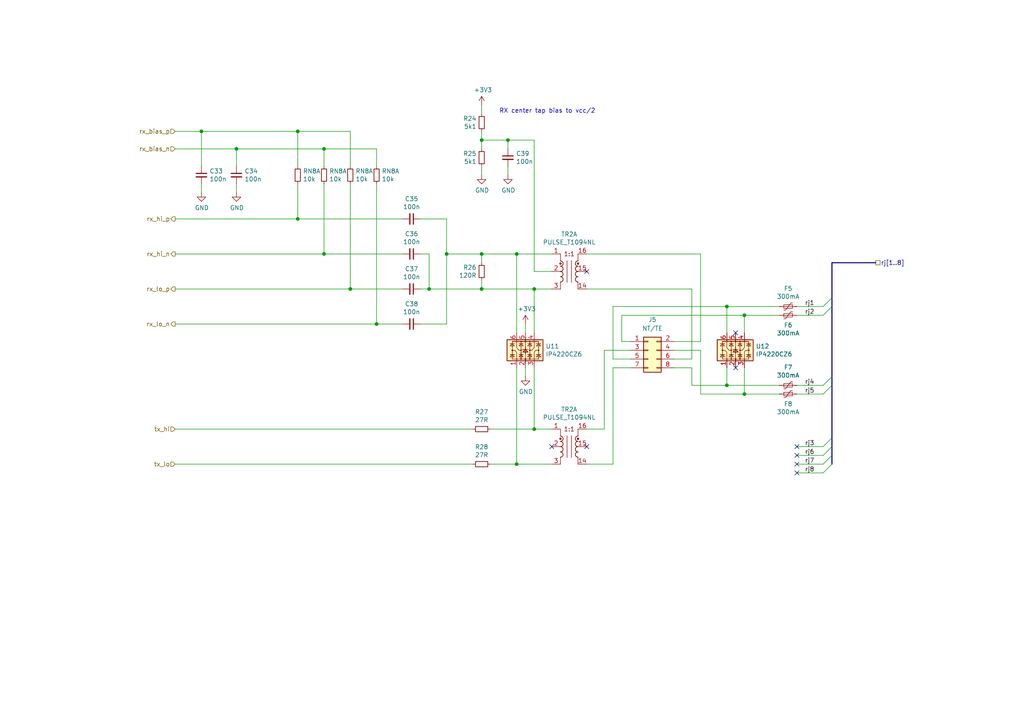
<source format=kicad_sch>
(kicad_sch (version 20211123) (generator eeschema)
  (paper "A4")
  (title_block (title "icE1usb - E1 interface") (date "2020-08-26") (rev "1.0") (comment 1 "CERN-OHL-S") (comment 2 "(C) 2020 Sylvain Munaut"))
  (lib_symbols
    (symbol "Connector_Generic:Conn_02x04_Odd_Even" (pin_names (offset 1.016) hide)
      (property "Reference" "J" (at 1.27 5.08 0))
      (property "Value" "Conn_02x04_Odd_Even" (at 1.27 -7.62 0))
      (symbol "Conn_02x04_Odd_Even_1_1"
        (rectangle (start -1.27 -4.953) (end 0 -5.207) (stroke (width 0.1524)))
        (rectangle (start -1.27 -2.413) (end 0 -2.667) (stroke (width 0.1524)))
        (rectangle (start -1.27 0.127) (end 0 -0.127) (stroke (width 0.1524)))
        (rectangle (start -1.27 2.667) (end 0 2.413) (stroke (width 0.1524)))
        (rectangle (start -1.27 3.81) (end 3.81 -6.35) (stroke (width 0.254)) (fill (type background)))
        (rectangle (start 3.81 -4.953) (end 2.54 -5.207) (stroke (width 0.1524)))
        (rectangle (start 3.81 -2.413) (end 2.54 -2.667) (stroke (width 0.1524)))
        (rectangle (start 3.81 0.127) (end 2.54 -0.127) (stroke (width 0.1524)))
        (rectangle (start 3.81 2.667) (end 2.54 2.413) (stroke (width 0.1524)))
        (pin passive line (at -5.08 2.54 0) (length 3.81) (name "Pin_1") (number "1"))
        (pin passive line (at 7.62 2.54 180) (length 3.81) (name "Pin_2") (number "2"))
        (pin passive line (at -5.08 0 0) (length 3.81) (name "Pin_3") (number "3"))
        (pin passive line (at 7.62 0 180) (length 3.81) (name "Pin_4") (number "4"))
        (pin passive line (at -5.08 -2.54 0) (length 3.81) (name "Pin_5") (number "5"))
        (pin passive line (at 7.62 -2.54 180) (length 3.81) (name "Pin_6") (number "6"))
        (pin passive line (at -5.08 -5.08 0) (length 3.81) (name "Pin_7") (number "7"))
        (pin passive line (at 7.62 -5.08 180) (length 3.81) (name "Pin_8") (number "8"))
      )
    )
    (symbol "Device:C_Small" (pin_numbers hide) (pin_names (offset 0.254) hide)
      (property "Reference" "C" (at 0.254 1.778 0))
      (property "Value" "C_Small" (at 0.254 -2.032 0))
      (symbol "C_Small_0_1"
        (polyline (pts (xy -1.524 -0.508) (xy 1.524 -0.508)) (stroke (width 0.3302)))
        (polyline (pts (xy -1.524 0.508) (xy 1.524 0.508)) (stroke (width 0.3048)))
      )
      (symbol "C_Small_1_1"
        (pin passive line (at 0 2.54 270) (length 2.032) (name "~") (number "1"))
        (pin passive line (at 0 -2.54 90) (length 2.032) (name "~") (number "2"))
      )
    )
    (symbol "Device:Polyfuse_Small" (pin_numbers hide) (pin_names (offset 0))
      (property "Reference" "F" (at -1.905 0 90))
      (property "Value" "Polyfuse_Small" (at 1.905 0 90))
      (symbol "Polyfuse_Small_0_1"
        (rectangle (start -0.508 1.27) (end 0.508 -1.27))
        (polyline (pts (xy 0 2.54) (xy 0 -2.54)))
        (polyline (pts (xy -1.016 1.27) (xy -1.016 0.762) (xy 1.016 -0.762) (xy 1.016 -1.27)))
      )
      (symbol "Polyfuse_Small_1_1"
        (pin passive line (at 0 2.54 270) (length 0.635) (name "~") (number "1"))
        (pin passive line (at 0 -2.54 90) (length 0.635) (name "~") (number "2"))
      )
    )
    (symbol "Device:R_Small" (pin_numbers hide) (pin_names (offset 0.254) hide)
      (property "Reference" "R" (at 0.762 0.508 0))
      (property "Value" "R_Small" (at 0.762 -1.016 0))
      (symbol "R_Small_0_1"
        (rectangle (start -0.762 1.778) (end 0.762 -1.778) (stroke (width 0.2032)))
      )
      (symbol "R_Small_1_1"
        (pin passive line (at 0 2.54 270) (length 0.762) (name "~") (number "1"))
        (pin passive line (at 0 -2.54 90) (length 0.762) (name "~") (number "2"))
      )
    )
    (symbol "power:+3V3" (power) (pin_names (offset 0))
      (property "Value" "+3V3" (at 0 3.556 0))
      (symbol "+3V3_0_1"
        (polyline (pts (xy -0.762 1.27) (xy 0 2.54)))
        (polyline (pts (xy 0 0) (xy 0 2.54)))
        (polyline (pts (xy 0 2.54) (xy 0.762 1.27)))
      )
      (symbol "+3V3_1_1"
        (pin power_in line (at 0 0 90) (length 0) hide (name "+3V3") (number "1"))
      )
    )
    (symbol "power:GND" (power) (pin_names (offset 0))
      (property "Value" "GND" (at 0 -3.81 0))
      (symbol "GND_0_1"
        (polyline (pts (xy 0 0) (xy 0 -1.27) (xy 1.27 -1.27) (xy 0 -2.54) (xy -1.27 -1.27) (xy 0 -1.27)))
      )
      (symbol "GND_1_1"
        (pin power_in line (at 0 0 270) (length 0) hide (name "GND") (number "1"))
      )
    )
    (symbol "s47-chips:IP4220CZ6"
      (property "Reference" "U" (at -6.985 -2.54 0))
      (property "Value" "s47-chips_IP4220CZ6" (at 6.35 1.27 90))
      (symbol "IP4220CZ6_0_1"
        (rectangle (start -5.334 3.048) (end 5.08 -3.048) (stroke (width 0.254)) (fill (type background)))
        (circle (center -3.81 0) (radius 0.127))
        (circle (center -3.81 0) (radius 0.127))
        (circle (center -1.27 -2.54) (radius 0.127))
        (circle (center -1.27 -2.54) (radius 0.127))
        (circle (center -1.27 0) (radius 0.127))
        (circle (center -1.27 0) (radius 0.127))
        (circle (center -1.27 2.54) (radius 0.127))
        (circle (center -1.27 2.54) (radius 0.127))
        (circle (center 0 -2.54) (radius 0.127))
        (circle (center 0 -2.54) (radius 0.127))
        (polyline (pts (xy -4.445 -1.27) (xy -3.175 -1.27)))
        (polyline (pts (xy -4.445 -1.27) (xy -3.175 -1.27)))
        (polyline (pts (xy -4.445 1.905) (xy -3.175 1.905)))
        (polyline (pts (xy -3.81 -2.54) (xy -3.81 -0.635)))
        (polyline (pts (xy -3.81 -2.54) (xy 3.81 -2.54)))
        (polyline (pts (xy -3.81 -0.635) (xy -3.81 0.635)))
        (polyline (pts (xy -3.81 0.635) (xy -3.81 2.54)))
        (polyline (pts (xy -3.81 2.54) (xy 3.81 2.54)))
        (polyline (pts (xy -3.81 2.54) (xy 3.81 2.54)))
        (polyline (pts (xy -1.905 -1.27) (xy -0.635 -1.27)))
        (polyline (pts (xy -1.905 -1.27) (xy -0.635 -1.27)))
        (polyline (pts (xy -1.905 1.905) (xy -0.635 1.905)))
        (polyline (pts (xy -1.27 -2.54) (xy -1.27 -0.635)))
        (polyline (pts (xy -1.27 -2.54) (xy -1.27 -0.635)))
        (polyline (pts (xy -1.27 0.635) (xy -1.27 -0.635)))
        (polyline (pts (xy -1.27 0.635) (xy -1.27 2.54)))
        (polyline (pts (xy 0 -0.889) (xy 0 -3.81)))
        (polyline (pts (xy 0 -0.889) (xy 0 1.016)))
        (polyline (pts (xy 0 -0.889) (xy 0 1.016)))
        (polyline (pts (xy 0 1.016) (xy 0 3.81)))
        (polyline (pts (xy 0.635 -1.27) (xy 1.905 -1.27)))
        (polyline (pts (xy 0.635 -1.27) (xy 1.905 -1.27)))
        (polyline (pts (xy 0.635 1.905) (xy 1.905 1.905)))
        (polyline (pts (xy 1.27 -2.54) (xy 1.27 -0.635)))
        (polyline (pts (xy 1.27 -2.54) (xy 1.27 -0.635)))
        (polyline (pts (xy 1.27 0.635) (xy 1.27 -0.635)))
        (polyline (pts (xy 1.27 0.635) (xy 1.27 2.54)))
        (polyline (pts (xy 3.175 -1.27) (xy 4.445 -1.27)))
        (polyline (pts (xy 3.175 -1.27) (xy 4.445 -1.27)))
        (polyline (pts (xy 3.175 1.905) (xy 4.445 1.905)))
        (polyline (pts (xy 3.81 -2.54) (xy 3.81 -0.635)))
        (polyline (pts (xy 3.81 0.635) (xy 3.81 -0.635)))
        (polyline (pts (xy 3.81 0.635) (xy 3.81 2.54)))
        (polyline (pts (xy 0.762 0.254) (xy -0.762 0.254) (xy -0.762 0)))
        (polyline (pts (xy -4.445 -1.905) (xy -3.175 -1.905) (xy -3.81 -1.27) (xy -4.445 -1.905)))
        (polyline (pts (xy -4.445 1.27) (xy -3.175 1.27) (xy -3.81 1.905) (xy -4.445 1.27)))
        (polyline (pts (xy -2.54 -2.54) (xy -2.54 -0.635) (xy -3.048 0) (xy -3.937 0)))
        (polyline (pts (xy -2.54 2.54) (xy -2.54 0.762) (xy -1.905 0) (xy -1.27 0)))
        (polyline (pts (xy -1.905 -1.905) (xy -0.635 -1.905) (xy -1.27 -1.27) (xy -1.905 -1.905)))
        (polyline (pts (xy -1.905 1.27) (xy -0.635 1.27) (xy -1.27 1.905) (xy -1.905 1.27)))
        (polyline (pts (xy -0.762 -0.508) (xy 0.762 -0.508) (xy 0 0.254) (xy -0.762 -0.508)))
        (polyline (pts (xy -0.762 -0.508) (xy 0.762 -0.508) (xy 0 0.254) (xy -0.762 -0.508)))
        (polyline (pts (xy 0.635 -1.905) (xy 1.905 -1.905) (xy 1.27 -1.27) (xy 0.635 -1.905)))
        (polyline (pts (xy 0.635 1.27) (xy 1.905 1.27) (xy 1.27 1.905) (xy 0.635 1.27)))
        (polyline (pts (xy 2.54 -2.54) (xy 2.54 -0.508) (xy 2.921 0) (xy 3.81 0)))
        (polyline (pts (xy 2.54 2.54) (xy 2.54 0.762) (xy 1.905 0) (xy 1.143 0)))
        (polyline (pts (xy 3.175 -1.905) (xy 4.445 -1.905) (xy 3.81 -1.27) (xy 3.175 -1.905)))
        (polyline (pts (xy 3.175 1.27) (xy 4.445 1.27) (xy 3.81 1.905) (xy 3.175 1.27)))
        (circle (center 0 2.54) (radius 0.127))
        (circle (center 0 2.54) (radius 0.127))
        (circle (center 1.27 -2.54) (radius 0.127))
        (circle (center 1.27 -2.54) (radius 0.127))
        (circle (center 1.27 0) (radius 0.127))
        (circle (center 1.27 0) (radius 0.127))
        (circle (center 1.27 2.54) (radius 0.127))
        (circle (center 1.27 2.54) (radius 0.127))
        (circle (center 3.81 0) (radius 0.127))
        (circle (center 3.81 0) (radius 0.127))
      )
      (symbol "IP4220CZ6_1_1"
        (pin passive line (at -2.54 -5.08 90) (length 2.54) (name "~") (number "1"))
        (pin passive line (at 0 -5.08 90) (length 2.54) (name "~") (number "2"))
        (pin passive line (at 2.54 -5.08 90) (length 2.54) (name "~") (number "3"))
        (pin passive line (at 2.54 5.08 270) (length 2.54) (name "~") (number "4"))
        (pin passive line (at 0 5.08 270) (length 2.54) (name "~") (number "5"))
        (pin passive line (at -2.54 5.08 270) (length 2.54) (name "~") (number "6"))
      )
    )
    (symbol "s47-misc:PULSE_T1094NL" (pin_names (offset 1.016))
      (property "Reference" "TR" (at 0 7.62 0))
      (property "Value" "s47-misc_PULSE_T1094NL" (at 0 -7.62 0))
      (symbol "PULSE_T1094NL_1_0"
        (text "1:1" (at 0 5.08 0) (effects (font (size 1.27 1.27))))
      )
      (symbol "PULSE_T1094NL_1_1"
        (arc (start -2.54 -3.048) (mid -1.778 -2.286) (end -2.54 -1.524) (stroke (width 0.2032)))
        (arc (start -2.54 -1.524) (mid -1.778 -0.762) (end -2.54 0) (stroke (width 0.2032)))
        (arc (start -2.54 0) (mid -1.778 0.762) (end -2.54 1.524) (stroke (width 0.2032)))
        (arc (start -2.54 1.524) (mid -1.778 2.286) (end -2.54 3.048) (stroke (width 0.2032)))
        (circle (center -2.54 2.286) (radius 0.254) (fill (type outline)))
        (polyline (pts (xy -2.54 -3.048) (xy -2.54 -5.08)))
        (polyline (pts (xy -2.54 5.08) (xy -2.54 3.048)))
        (polyline (pts (xy -0.635 3.175) (xy -0.635 -3.175)))
        (polyline (pts (xy 0.635 3.175) (xy 0.635 -3.175)))
        (polyline (pts (xy 2.54 -3.048) (xy 2.54 -5.08)))
        (polyline (pts (xy 2.54 5.08) (xy 2.54 3.048)))
        (arc (start 2.54 -1.524) (mid 1.778 -2.286) (end 2.54 -3.048) (stroke (width 0.2032)))
        (arc (start 2.54 0) (mid 1.778 -0.762) (end 2.54 -1.524) (stroke (width 0.2032)))
        (arc (start 2.54 1.524) (mid 1.778 0.762) (end 2.54 0) (stroke (width 0.2032)))
        (circle (center 2.54 2.286) (radius 0.254) (fill (type outline)))
        (arc (start 2.54 3.048) (mid 1.778 2.286) (end 2.54 1.524) (stroke (width 0.2032)))
        (pin passive line (at -5.08 5.08 0) (length 2.54) (name "~") (number "1"))
        (pin passive line (at 5.08 -5.08 180) (length 2.54) (name "~") (number "14"))
        (pin passive line (at 5.08 0 180) (length 2.54) (name "~") (number "15"))
        (pin passive line (at 5.08 5.08 180) (length 2.54) (name "~") (number "16"))
        (pin passive line (at -5.08 0 0) (length 2.54) (name "~") (number "2"))
        (pin passive line (at -5.08 -5.08 0) (length 2.54) (name "~") (number "3"))
      )
      (symbol "PULSE_T1094NL_2_1"
        (arc (start -2.54 -3.048) (mid -1.778 -2.286) (end -2.54 -1.524) (stroke (width 0.2032)))
        (arc (start -2.54 -1.524) (mid -1.778 -0.762) (end -2.54 0) (stroke (width 0.2032)))
        (arc (start -2.54 0) (mid -1.778 0.762) (end -2.54 1.524) (stroke (width 0.2032)))
        (arc (start -2.54 1.524) (mid -1.778 2.286) (end -2.54 3.048) (stroke (width 0.2032)))
        (circle (center -2.54 2.286) (radius 0.254) (fill (type outline)))
        (polyline (pts (xy -2.54 -3.048) (xy -2.54 -5.08)))
        (polyline (pts (xy -2.54 5.08) (xy -2.54 3.048)))
        (polyline (pts (xy -0.635 3.175) (xy -0.635 -3.175)))
        (polyline (pts (xy 0.635 3.175) (xy 0.635 -3.175)))
        (polyline (pts (xy 2.54 -3.048) (xy 2.54 -5.08)))
        (polyline (pts (xy 2.54 5.08) (xy 2.54 3.048)))
        (arc (start 2.54 -1.524) (mid 1.778 -2.286) (end 2.54 -3.048) (stroke (width 0.2032)))
        (arc (start 2.54 0) (mid 1.778 -0.762) (end 2.54 -1.524) (stroke (width 0.2032)))
        (arc (start 2.54 1.524) (mid 1.778 0.762) (end 2.54 0) (stroke (width 0.2032)))
        (circle (center 2.54 2.286) (radius 0.254) (fill (type outline)))
        (arc (start 2.54 3.048) (mid 1.778 2.286) (end 2.54 1.524) (stroke (width 0.2032)))
        (text "1:2" (at 0 5.08 0) (effects (font (size 1.27 1.27))))
        (pin passive line (at 5.08 0 180) (length 2.54) (name "~") (number "10"))
        (pin passive line (at 5.08 5.08 180) (length 2.54) (name "~") (number "11"))
        (pin passive line (at -5.08 5.08 0) (length 2.54) (name "~") (number "6"))
        (pin passive line (at -5.08 0 0) (length 2.54) (name "~") (number "7"))
        (pin passive line (at -5.08 -5.08 0) (length 2.54) (name "~") (number "8"))
        (pin passive line (at 5.08 -5.08 180) (length 2.54) (name "~") (number "9"))
      )
    )
    (symbol "s47-passive:R_Pack04_Split" (pin_numbers hide) (pin_names (offset 0.254) hide)
      (property "Reference" "RN" (at 0.762 0.508 0))
      (property "Value" "s47-passive_R_Pack04_Split" (at 0.762 -1.016 0))
      (symbol "R_Pack04_Split_0_1"
        (rectangle (start -0.762 1.778) (end 0.762 -1.778) (stroke (width 0.2032)))
      )
      (symbol "R_Pack04_Split_1_1"
        (pin passive line (at 0 2.54 270) (length 0.762) (name "~") (number "1"))
        (pin passive line (at 0 -2.54 90) (length 0.762) (name "~") (number "8"))
      )
      (symbol "R_Pack04_Split_2_1"
        (pin passive line (at 0 2.54 270) (length 0.762) (name "~") (number "2"))
        (pin passive line (at 0 -2.54 90) (length 0.762) (name "~") (number "7"))
      )
      (symbol "R_Pack04_Split_3_1"
        (pin passive line (at 0 2.54 270) (length 0.762) (name "~") (number "3"))
        (pin passive line (at 0 -2.54 90) (length 0.762) (name "~") (number "6"))
      )
      (symbol "R_Pack04_Split_4_1"
        (pin passive line (at 0 2.54 270) (length 0.762) (name "~") (number "4"))
        (pin passive line (at 0 -2.54 90) (length 0.762) (name "~") (number "5"))
      )
    )
  )
  (junction (at 68.58 43.18))
  (junction (at 139.7 73.66))
  (junction (at 124.46 83.82))
  (junction (at 93.98 73.66))
  (junction (at 154.94 83.82))
  (junction (at 149.86 73.66))
  (junction (at 101.6 83.82))
  (junction (at 147.32 40.64))
  (junction (at 215.9 91.44))
  (junction (at 154.94 124.46))
  (junction (at 129.54 73.66))
  (junction (at 210.82 111.76))
  (junction (at 86.36 38.1))
  (junction (at 139.7 40.64))
  (junction (at 210.82 88.9))
  (junction (at 58.42 38.1))
  (junction (at 139.7 83.82))
  (junction (at 215.9 114.3))
  (junction (at 149.86 134.62))
  (junction (at 86.36 63.5))
  (junction (at 93.98 43.18))
  (junction (at 109.22 93.98))
  (no_connect (at 213.36 96.52))
  (no_connect (at 231.14 134.62))
  (no_connect (at 170.18 129.54))
  (no_connect (at 231.14 132.08))
  (no_connect (at 160.02 129.54))
  (no_connect (at 213.36 106.68))
  (no_connect (at 231.14 129.54))
  (no_connect (at 170.18 78.74))
  (no_connect (at 231.14 137.16))
  (bus_entry (at 238.76 111.76) (size 2.54 -2.54))
  (bus_entry (at 238.76 134.62) (size 2.54 -2.54))
  (bus_entry (at 238.76 137.16) (size 2.54 -2.54))
  (bus_entry (at 238.76 91.44) (size 2.54 -2.54))
  (bus_entry (at 238.76 129.54) (size 2.54 -2.54))
  (bus_entry (at 238.76 132.08) (size 2.54 -2.54))
  (bus_entry (at 238.76 114.3) (size 2.54 -2.54))
  (bus_entry (at 238.76 88.9) (size 2.54 -2.54))
  (wire (pts (xy 50.8 63.5) (xy 86.36 63.5)))
  (wire (pts (xy 175.26 124.46) (xy 175.26 101.6)))
  (wire (pts (xy 210.82 88.9) (xy 177.8 88.9)))
  (wire (pts (xy 137.16 134.62) (xy 50.8 134.62)))
  (wire (pts (xy 129.54 73.66) (xy 129.54 93.98)))
  (wire (pts (xy 210.82 96.52) (xy 210.82 88.9)))
  (wire (pts (xy 154.94 106.68) (xy 154.94 124.46)))
  (wire (pts (xy 175.26 101.6) (xy 182.88 101.6)))
  (wire (pts (xy 231.14 91.44) (xy 238.76 91.44)))
  (wire (pts (xy 180.34 91.44) (xy 180.34 99.06)))
  (wire (pts (xy 203.2 101.6) (xy 195.58 101.6)))
  (bus (pts (xy 241.3 111.76) (xy 241.3 127)))
  (wire (pts (xy 139.7 30.48) (xy 139.7 33.02)))
  (wire (pts (xy 231.14 137.16) (xy 238.76 137.16)))
  (wire (pts (xy 139.7 48.26) (xy 139.7 50.8)))
  (wire (pts (xy 86.36 38.1) (xy 58.42 38.1)))
  (bus (pts (xy 241.3 86.36) (xy 241.3 88.9)))
  (wire (pts (xy 215.9 114.3) (xy 226.06 114.3)))
  (wire (pts (xy 149.86 106.68) (xy 149.86 134.62)))
  (wire (pts (xy 50.8 93.98) (xy 109.22 93.98)))
  (wire (pts (xy 129.54 73.66) (xy 139.7 73.66)))
  (wire (pts (xy 154.94 83.82) (xy 139.7 83.82)))
  (wire (pts (xy 149.86 73.66) (xy 139.7 73.66)))
  (wire (pts (xy 68.58 43.18) (xy 50.8 43.18)))
  (wire (pts (xy 215.9 106.68) (xy 215.9 114.3)))
  (wire (pts (xy 139.7 38.1) (xy 139.7 40.64)))
  (wire (pts (xy 238.76 114.3) (xy 231.14 114.3)))
  (wire (pts (xy 58.42 53.34) (xy 58.42 55.88)))
  (wire (pts (xy 124.46 73.66) (xy 124.46 83.82)))
  (wire (pts (xy 93.98 43.18) (xy 68.58 43.18)))
  (bus (pts (xy 241.3 129.54) (xy 241.3 132.08)))
  (wire (pts (xy 139.7 40.64) (xy 139.7 43.18)))
  (wire (pts (xy 160.02 73.66) (xy 149.86 73.66)))
  (wire (pts (xy 50.8 83.82) (xy 101.6 83.82)))
  (wire (pts (xy 129.54 63.5) (xy 129.54 73.66)))
  (bus (pts (xy 241.3 109.22) (xy 241.3 111.76)))
  (wire (pts (xy 101.6 53.34) (xy 101.6 83.82)))
  (bus (pts (xy 241.3 132.08) (xy 241.3 134.62)))
  (wire (pts (xy 58.42 38.1) (xy 50.8 38.1)))
  (wire (pts (xy 177.8 104.14) (xy 182.88 104.14)))
  (wire (pts (xy 109.22 53.34) (xy 109.22 93.98)))
  (wire (pts (xy 121.92 83.82) (xy 124.46 83.82)))
  (wire (pts (xy 200.66 104.14) (xy 200.66 83.82)))
  (wire (pts (xy 203.2 114.3) (xy 215.9 114.3)))
  (wire (pts (xy 215.9 96.52) (xy 215.9 91.44)))
  (wire (pts (xy 200.66 106.68) (xy 195.58 106.68)))
  (wire (pts (xy 226.06 111.76) (xy 210.82 111.76)))
  (wire (pts (xy 137.16 124.46) (xy 50.8 124.46)))
  (wire (pts (xy 152.4 106.68) (xy 152.4 109.22)))
  (wire (pts (xy 160.02 134.62) (xy 149.86 134.62)))
  (wire (pts (xy 154.94 96.52) (xy 154.94 83.82)))
  (wire (pts (xy 86.36 53.34) (xy 86.36 63.5)))
  (wire (pts (xy 154.94 78.74) (xy 154.94 40.64)))
  (wire (pts (xy 93.98 73.66) (xy 116.84 73.66)))
  (wire (pts (xy 231.14 129.54) (xy 238.76 129.54)))
  (wire (pts (xy 154.94 124.46) (xy 142.24 124.46)))
  (wire (pts (xy 139.7 76.2) (xy 139.7 73.66)))
  (wire (pts (xy 58.42 38.1) (xy 58.42 48.26)))
  (wire (pts (xy 149.86 96.52) (xy 149.86 73.66)))
  (wire (pts (xy 195.58 104.14) (xy 200.66 104.14)))
  (bus (pts (xy 254 76.2) (xy 241.3 76.2)))
  (wire (pts (xy 231.14 134.62) (xy 238.76 134.62)))
  (wire (pts (xy 129.54 93.98) (xy 121.92 93.98)))
  (wire (pts (xy 93.98 53.34) (xy 93.98 73.66)))
  (wire (pts (xy 170.18 134.62) (xy 177.8 134.62)))
  (wire (pts (xy 147.32 40.64) (xy 147.32 43.18)))
  (wire (pts (xy 203.2 99.06) (xy 195.58 99.06)))
  (wire (pts (xy 139.7 40.64) (xy 147.32 40.64)))
  (wire (pts (xy 238.76 111.76) (xy 231.14 111.76)))
  (wire (pts (xy 86.36 38.1) (xy 101.6 38.1)))
  (wire (pts (xy 124.46 83.82) (xy 139.7 83.82)))
  (wire (pts (xy 177.8 88.9) (xy 177.8 104.14)))
  (wire (pts (xy 121.92 73.66) (xy 124.46 73.66)))
  (wire (pts (xy 149.86 134.62) (xy 142.24 134.62)))
  (wire (pts (xy 86.36 63.5) (xy 116.84 63.5)))
  (wire (pts (xy 109.22 43.18) (xy 109.22 48.26)))
  (wire (pts (xy 160.02 124.46) (xy 154.94 124.46)))
  (wire (pts (xy 154.94 40.64) (xy 147.32 40.64)))
  (wire (pts (xy 215.9 91.44) (xy 180.34 91.44)))
  (wire (pts (xy 200.66 111.76) (xy 200.66 106.68)))
  (wire (pts (xy 177.8 134.62) (xy 177.8 106.68)))
  (wire (pts (xy 101.6 83.82) (xy 116.84 83.82)))
  (wire (pts (xy 160.02 83.82) (xy 154.94 83.82)))
  (wire (pts (xy 109.22 93.98) (xy 116.84 93.98)))
  (wire (pts (xy 68.58 43.18) (xy 68.58 48.26)))
  (wire (pts (xy 147.32 48.26) (xy 147.32 50.8)))
  (wire (pts (xy 226.06 91.44) (xy 215.9 91.44)))
  (wire (pts (xy 203.2 99.06) (xy 203.2 73.66)))
  (wire (pts (xy 139.7 81.28) (xy 139.7 83.82)))
  (wire (pts (xy 210.82 111.76) (xy 200.66 111.76)))
  (wire (pts (xy 93.98 48.26) (xy 93.98 43.18)))
  (wire (pts (xy 154.94 78.74) (xy 160.02 78.74)))
  (wire (pts (xy 170.18 124.46) (xy 175.26 124.46)))
  (bus (pts (xy 241.3 127) (xy 241.3 129.54)))
  (wire (pts (xy 121.92 63.5) (xy 129.54 63.5)))
  (wire (pts (xy 210.82 106.68) (xy 210.82 111.76)))
  (bus (pts (xy 241.3 76.2) (xy 241.3 86.36)))
  (wire (pts (xy 152.4 93.98) (xy 152.4 96.52)))
  (wire (pts (xy 93.98 43.18) (xy 109.22 43.18)))
  (wire (pts (xy 86.36 48.26) (xy 86.36 38.1)))
  (wire (pts (xy 203.2 101.6) (xy 203.2 114.3)))
  (wire (pts (xy 180.34 99.06) (xy 182.88 99.06)))
  (wire (pts (xy 231.14 88.9) (xy 238.76 88.9)))
  (wire (pts (xy 50.8 73.66) (xy 93.98 73.66)))
  (wire (pts (xy 68.58 53.34) (xy 68.58 55.88)))
  (wire (pts (xy 177.8 106.68) (xy 182.88 106.68)))
  (wire (pts (xy 101.6 38.1) (xy 101.6 48.26)))
  (wire (pts (xy 170.18 83.82) (xy 200.66 83.82)))
  (wire (pts (xy 231.14 132.08) (xy 238.76 132.08)))
  (wire (pts (xy 226.06 88.9) (xy 210.82 88.9)))
  (wire (pts (xy 170.18 73.66) (xy 203.2 73.66)))
  (bus (pts (xy 241.3 88.9) (xy 241.3 109.22)))
  (text "RX center tap bias to vcc/2\n" (at 172.72 33.02 180) (effects (font (size 1.27 1.27)) (justify right bottom)))
  (label "rj5" (at 236.22 114.3 180))
  (label "rj6" (at 236.22 132.08 180))
  (label "rj2" (at 236.22 91.44 180))
  (label "rj7" (at 236.22 134.62 180))
  (label "rj3" (at 236.22 129.54 180))
  (label "rj1" (at 236.22 88.9 180))
  (label "rj8" (at 236.22 137.16 180))
  (label "rj4" (at 236.22 111.76 180))
  (hierarchical_label "rx_bias_n" (shape input) (at 50.8 43.18 180))
  (hierarchical_label "tx_hi" (shape input) (at 50.8 124.46 180))
  (hierarchical_label "rx_hi_n" (shape output) (at 50.8 73.66 180))
  (hierarchical_label "rx_hi_p" (shape output) (at 50.8 63.5 180))
  (hierarchical_label "rj[1..8]" (shape passive) (at 254 76.2 0))
  (hierarchical_label "rx_lo_n" (shape output) (at 50.8 93.98 180))
  (hierarchical_label "tx_lo" (shape input) (at 50.8 134.62 180))
  (hierarchical_label "rx_lo_p" (shape output) (at 50.8 83.82 180))
  (hierarchical_label "rx_bias_p" (shape input) (at 50.8 38.1 180))
  (symbol (lib_id "s47-misc:PULSE_T1094NL") (at 165.1 78.74 0)
    (property "Reference" "TR2" (at 165.1 67.945 0))
    (property "Value" "PULSE_T1094NL" (at 165.1 70.2564 0))
    (property "Footprint" "s47-misc:PULSE_BH" (effects hide))
    (property "Datasheet" "https://productfinder.pulseeng.com/doc_type/WEB301/doc_num/T608/doc_part/T608.pdf" (effects hide))
  )
  (symbol (lib_id "s47-misc:PULSE_T1094NL") (at 165.1 129.54 0)
    (property "Reference" "TR2" (at 165.1 118.745 0))
    (property "Value" "PULSE_T1094NL" (at 165.1 121.0564 0))
    (property "Footprint" "s47-misc:PULSE_BH" (effects hide))
    (property "Datasheet" "https://productfinder.pulseeng.com/doc_type/WEB301/doc_num/T608/doc_part/T608.pdf" (effects hide))
  )
  (symbol (lib_id "Connector_Generic:Conn_02x04_Odd_Even") (at 187.96 101.6 0)
    (property "Reference" "J5" (at 189.23 92.71 0))
    (property "Value" "NT/TE" (at 189.23 95.25 0))
    (property "Footprint" "Connector_PinHeader_2.54mm:PinHeader_2x04_P2.54mm_Vertical" (effects hide))
  )
  (symbol (lib_id "s47-chips:IP4220CZ6") (at 213.36 101.6 0)
    (property "Reference" "U12" (at 219.202 100.4316 0) (effects (justify left)))
    (property "Value" "IP4220CZ6" (at 219.202 102.743 0) (effects (justify left)))
    (property "Footprint" "Package_SO:TSOP-6_1.65x3.05mm_P0.95mm" (effects hide))
    (property "Datasheet" "https://assets.nexperia.com/documents/data-sheet/IP4220CZ6.pdf" (effects hide))
  )
  (symbol (lib_id "s47-chips:IP4220CZ6") (at 152.4 101.6 0)
    (property "Reference" "U11" (at 158.242 100.4316 0) (effects (justify left)))
    (property "Value" "IP4220CZ6" (at 158.242 102.743 0) (effects (justify left)))
    (property "Footprint" "Package_SO:TSOP-6_1.65x3.05mm_P0.95mm" (effects hide))
    (property "Datasheet" "https://assets.nexperia.com/documents/data-sheet/IP4220CZ6.pdf" (effects hide))
  )
  (symbol (lib_id "Device:Polyfuse_Small") (at 228.6 88.9 270)
    (property "Reference" "F5" (at 228.6 83.693 90))
    (property "Value" "300mA" (at 228.6 86.0044 90))
    (property "Footprint" "Fuse:Fuse_0603_1608Metric" (effects hide))
    (property "MPN" "Littlefuse 0603L010" (effects hide))
  )
  (symbol (lib_id "Device:Polyfuse_Small") (at 228.6 91.44 270)
    (property "Reference" "F6" (at 228.6 94.3102 90))
    (property "Value" "300mA" (at 228.6 96.6216 90))
    (property "Footprint" "Fuse:Fuse_0603_1608Metric" (effects hide))
    (property "MPN" "Littlefuse 0603L010" (effects hide))
  )
  (symbol (lib_id "Device:Polyfuse_Small") (at 228.6 111.76 270)
    (property "Reference" "F7" (at 228.6 106.553 90))
    (property "Value" "300mA" (at 228.6 108.8644 90))
    (property "Footprint" "Fuse:Fuse_0603_1608Metric" (effects hide))
    (property "MPN" "Littlefuse 0603L010" (effects hide))
  )
  (symbol (lib_id "Device:Polyfuse_Small") (at 228.6 114.3 270)
    (property "Reference" "F8" (at 228.6 117.1702 90))
    (property "Value" "300mA" (at 228.6 119.4816 90))
    (property "Footprint" "Fuse:Fuse_0603_1608Metric" (effects hide))
    (property "MPN" "Littlefuse 0603L010" (effects hide))
  )
  (symbol (lib_id "Device:R_Small") (at 139.7 134.62 270)
    (property "Reference" "R28" (at 139.7 129.6416 90))
    (property "Value" "27R" (at 139.7 131.953 90))
    (property "Footprint" "Resistor_SMD:R_0603_1608Metric" (effects hide))
  )
  (symbol (lib_id "Device:R_Small") (at 139.7 124.46 270)
    (property "Reference" "R27" (at 139.7 119.4816 90))
    (property "Value" "27R" (at 139.7 121.793 90))
    (property "Footprint" "Resistor_SMD:R_0603_1608Metric" (effects hide))
  )
  (symbol (lib_id "power:GND") (at 152.4 109.22 0)
    (property "Reference" "#PWR076" (effects hide))
    (property "Value" "GND" (at 152.527 113.6142 0))
  )
  (symbol (lib_id "power:+3V3") (at 152.4 93.98 0)
    (property "Reference" "#PWR075" (effects hide))
    (property "Value" "+3V3" (at 152.781 89.5858 0))
  )
  (symbol (lib_id "Device:R_Small") (at 139.7 78.74 180)
    (property "Reference" "R26" (at 138.2268 77.5716 0) (effects (justify left)))
    (property "Value" "120R" (at 138.2268 79.883 0) (effects (justify left)))
    (property "Footprint" "Resistor_SMD:R_0603_1608Metric" (effects hide))
  )
  (symbol (lib_id "s47-passive:R_Pack04_Split") (at 86.36 50.8 0)
    (property "Reference" "RN8" (at 87.8586 49.6316 0) (effects (justify left)))
    (property "Value" "10k" (at 87.8586 51.943 0) (effects (justify left)))
    (property "Footprint" "Resistor_SMD:R_Array_Convex_4x0603" (effects hide))
  )
  (symbol (lib_id "s47-passive:R_Pack04_Split") (at 93.98 50.8 0)
    (property "Reference" "RN8" (at 95.4786 49.6316 0) (effects (justify left)))
    (property "Value" "10k" (at 95.4786 51.943 0) (effects (justify left)))
    (property "Footprint" "Resistor_SMD:R_Array_Convex_4x0603" (effects hide))
  )
  (symbol (lib_id "Device:C_Small") (at 119.38 63.5 270)
    (property "Reference" "C35" (at 119.38 57.6834 90))
    (property "Value" "100n" (at 119.38 59.9948 90))
    (property "Footprint" "Capacitor_SMD:C_0603_1608Metric" (effects hide))
  )
  (symbol (lib_id "s47-passive:R_Pack04_Split") (at 101.6 50.8 0)
    (property "Reference" "RN8" (at 103.0986 49.6316 0) (effects (justify left)))
    (property "Value" "10k" (at 103.0986 51.943 0) (effects (justify left)))
    (property "Footprint" "Resistor_SMD:R_Array_Convex_4x0603" (effects hide))
  )
  (symbol (lib_id "Device:C_Small") (at 119.38 93.98 270)
    (property "Reference" "C38" (at 119.38 88.1634 90))
    (property "Value" "100n" (at 119.38 90.4748 90))
    (property "Footprint" "Capacitor_SMD:C_0603_1608Metric" (effects hide))
  )
  (symbol (lib_id "s47-passive:R_Pack04_Split") (at 109.22 50.8 0)
    (property "Reference" "RN8" (at 110.7186 49.6316 0) (effects (justify left)))
    (property "Value" "10k" (at 110.7186 51.943 0) (effects (justify left)))
    (property "Footprint" "Resistor_SMD:R_Array_Convex_4x0603" (effects hide))
  )
  (symbol (lib_id "Device:C_Small") (at 119.38 83.82 270)
    (property "Reference" "C37" (at 119.38 78.0034 90))
    (property "Value" "100n" (at 119.38 80.3148 90))
    (property "Footprint" "Capacitor_SMD:C_0603_1608Metric" (effects hide))
  )
  (symbol (lib_id "Device:C_Small") (at 119.38 73.66 270)
    (property "Reference" "C36" (at 119.38 67.8434 90))
    (property "Value" "100n" (at 119.38 70.1548 90))
    (property "Footprint" "Capacitor_SMD:C_0603_1608Metric" (effects hide))
  )
  (symbol (lib_id "Device:C_Small") (at 58.42 50.8 0)
    (property "Reference" "C33" (at 60.7568 49.6316 0) (effects (justify left)))
    (property "Value" "100n" (at 60.7568 51.943 0) (effects (justify left)))
    (property "Footprint" "Capacitor_SMD:C_0603_1608Metric" (effects hide))
  )
  (symbol (lib_id "Device:C_Small") (at 68.58 50.8 0)
    (property "Reference" "C34" (at 70.9168 49.6316 0) (effects (justify left)))
    (property "Value" "100n" (at 70.9168 51.943 0) (effects (justify left)))
    (property "Footprint" "Capacitor_SMD:C_0603_1608Metric" (effects hide))
  )
  (symbol (lib_id "power:GND") (at 58.42 55.88 0)
    (property "Reference" "#PWR070" (effects hide))
    (property "Value" "GND" (at 58.547 60.2742 0))
  )
  (symbol (lib_id "power:GND") (at 68.58 55.88 0)
    (property "Reference" "#PWR071" (effects hide))
    (property "Value" "GND" (at 68.707 60.2742 0))
  )
  (symbol (lib_id "power:+3V3") (at 139.7 30.48 0)
    (property "Reference" "#PWR072" (effects hide))
    (property "Value" "+3V3" (at 140.081 26.0858 0))
  )
  (symbol (lib_id "power:GND") (at 139.7 50.8 0)
    (property "Reference" "#PWR073" (effects hide))
    (property "Value" "GND" (at 139.827 55.1942 0))
  )
  (symbol (lib_id "Device:R_Small") (at 139.7 35.56 180)
    (property "Reference" "R24" (at 138.2268 34.3916 0) (effects (justify left)))
    (property "Value" "5k1" (at 138.2268 36.703 0) (effects (justify left)))
    (property "Footprint" "Resistor_SMD:R_0603_1608Metric" (effects hide))
  )
  (symbol (lib_id "Device:R_Small") (at 139.7 45.72 180)
    (property "Reference" "R25" (at 138.2268 44.5516 0) (effects (justify left)))
    (property "Value" "5k1" (at 138.2268 46.863 0) (effects (justify left)))
    (property "Footprint" "Resistor_SMD:R_0603_1608Metric" (effects hide))
  )
  (symbol (lib_id "power:GND") (at 147.32 50.8 0)
    (property "Reference" "#PWR074" (effects hide))
    (property "Value" "GND" (at 147.447 55.1942 0))
  )
  (symbol (lib_id "Device:C_Small") (at 147.32 45.72 0)
    (property "Reference" "C39" (at 149.6568 44.5516 0) (effects (justify left)))
    (property "Value" "100n" (at 149.6568 46.863 0) (effects (justify left)))
    (property "Footprint" "Capacitor_SMD:C_0603_1608Metric" (effects hide))
  )
)
</source>
